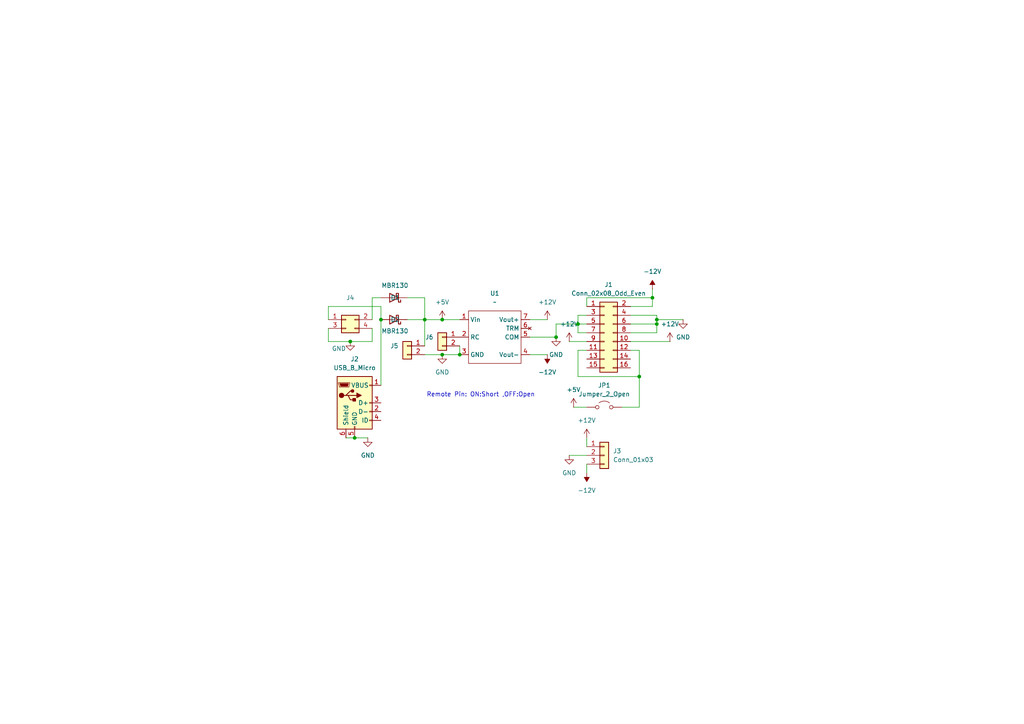
<source format=kicad_sch>
(kicad_sch (version 20250114) (generator "eeschema") (generator_version "9.0")
  (paper "A4")
  (lib_symbols
    (symbol "Connector:USB_B_Micro" (pin_names (offset 1.016))
      (property "Reference" "J" (at -5.08 11.43 0))
      (property "Value" "USB_B_Micro" (at -5.08 8.89 0))
      (symbol "USB_B_Micro_0_1"
        (rectangle (start -5.08 -7.62) (end 5.08 7.62) (stroke (width 0.254)) (fill (type background)))
        (polyline (pts (xy -4.699 5.842) (xy -4.699 5.588) (xy -4.445 4.826) (xy -4.445 4.572) (xy -1.651 4.572) (xy -1.651 4.826) (xy -1.397 5.588) (xy -1.397 5.842) (xy -4.699 5.842)))
        (polyline (pts (xy -4.318 5.588) (xy -1.778 5.588) (xy -2.032 4.826) (xy -4.064 4.826) (xy -4.318 5.588)) (fill (type outline)))
        (circle (center -3.81 2.159) (radius 0.635) (stroke (width 0.254)) (fill (type outline)))
        (polyline (pts (xy -3.175 2.159) (xy -2.54 2.159) (xy -1.27 3.429) (xy -0.635 3.429)) (stroke (width 0.254)))
        (polyline (pts (xy -2.54 2.159) (xy -1.905 2.159) (xy -1.27 0.889) (xy 0 0.889)) (stroke (width 0.254)))
        (polyline (pts (xy -1.905 2.159) (xy 0.635 2.159)) (stroke (width 0.254)))
        (circle (center -0.635 3.429) (radius 0.381) (stroke (width 0.254)) (fill (type outline)))
        (rectangle (start -0.127 -7.62) (end 0.127 -6.858))
        (rectangle (start 0.254 1.27) (end -0.508 0.508) (stroke (width 0.254)) (fill (type outline)))
        (polyline (pts (xy 0.635 2.794) (xy 0.635 1.524) (xy 1.905 2.159) (xy 0.635 2.794)) (stroke (width 0.254)) (fill (type outline)))
        (rectangle (start 5.08 4.953) (end 4.318 5.207))
        (rectangle (start 5.08 -0.127) (end 4.318 0.127))
        (rectangle (start 5.08 -2.667) (end 4.318 -2.413))
        (rectangle (start 5.08 -5.207) (end 4.318 -4.953))
      )
      (symbol "USB_B_Micro_1_1"
        (pin passive line (at -2.54 -10.16 90) (length 2.54) (name "Shield") (number "6"))
        (pin power_out line (at 0 -10.16 90) (length 2.54) (name "GND") (number "5"))
        (pin power_out line (at 7.62 5.08 180) (length 2.54) (name "VBUS") (number "1"))
        (pin bidirectional line (at 7.62 0 180) (length 2.54) (name "D+") (number "3"))
        (pin bidirectional line (at 7.62 -2.54 180) (length 2.54) (name "D-") (number "2"))
        (pin passive line (at 7.62 -5.08 180) (length 2.54) (name "ID") (number "4"))
      )
    )
    (symbol "Connector_Generic:Conn_01x02" (pin_names (offset 1.016) (hide yes))
      (property "Reference" "J" (at 0 2.54 0))
      (property "Value" "Conn_01x02" (at 0 -5.08 0))
      (symbol "Conn_01x02_1_1"
        (rectangle (start -1.27 1.27) (end 1.27 -3.81) (stroke (width 0.254)) (fill (type background)))
        (rectangle (start -1.27 0.127) (end 0 -0.127) (stroke (width 0.1524)))
        (rectangle (start -1.27 -2.413) (end 0 -2.667) (stroke (width 0.1524)))
        (pin passive line (at -5.08 0 0) (length 3.81) (name "Pin_1") (number "1"))
        (pin passive line (at -5.08 -2.54 0) (length 3.81) (name "Pin_2") (number "2"))
      )
    )
    (symbol "Connector_Generic:Conn_01x03" (pin_names (offset 1.016) (hide yes))
      (property "Reference" "J" (at 0 5.08 0))
      (property "Value" "Conn_01x03" (at 0 -5.08 0))
      (symbol "Conn_01x03_1_1"
        (rectangle (start -1.27 3.81) (end 1.27 -3.81) (stroke (width 0.254)) (fill (type background)))
        (rectangle (start -1.27 2.667) (end 0 2.413) (stroke (width 0.1524)))
        (rectangle (start -1.27 0.127) (end 0 -0.127) (stroke (width 0.1524)))
        (rectangle (start -1.27 -2.413) (end 0 -2.667) (stroke (width 0.1524)))
        (pin passive line (at -5.08 2.54 0) (length 3.81) (name "Pin_1") (number "1"))
        (pin passive line (at -5.08 0 0) (length 3.81) (name "Pin_2") (number "2"))
        (pin passive line (at -5.08 -2.54 0) (length 3.81) (name "Pin_3") (number "3"))
      )
    )
    (symbol "Connector_Generic:Conn_02x02_Odd_Even" (pin_names (offset 1.016) (hide yes))
      (property "Reference" "J" (at 1.27 2.54 0))
      (property "Value" "Conn_02x02_Odd_Even" (at 1.27 -5.08 0))
      (symbol "Conn_02x02_Odd_Even_1_1"
        (rectangle (start -1.27 1.27) (end 3.81 -3.81) (stroke (width 0.254)) (fill (type background)))
        (rectangle (start -1.27 0.127) (end 0 -0.127) (stroke (width 0.1524)))
        (rectangle (start -1.27 -2.413) (end 0 -2.667) (stroke (width 0.1524)))
        (rectangle (start 3.81 0.127) (end 2.54 -0.127) (stroke (width 0.1524)))
        (rectangle (start 3.81 -2.413) (end 2.54 -2.667) (stroke (width 0.1524)))
        (pin passive line (at -5.08 0 0) (length 3.81) (name "Pin_1") (number "1"))
        (pin passive line (at -5.08 -2.54 0) (length 3.81) (name "Pin_3") (number "3"))
        (pin passive line (at 7.62 0 180) (length 3.81) (name "Pin_2") (number "2"))
        (pin passive line (at 7.62 -2.54 180) (length 3.81) (name "Pin_4") (number "4"))
      )
    )
    (symbol "Connector_Generic:Conn_02x08_Odd_Even" (pin_names (offset 1.016) (hide yes))
      (property "Reference" "J" (at 1.27 10.16 0))
      (property "Value" "Conn_02x08_Odd_Even" (at 1.27 -12.7 0))
      (symbol "Conn_02x08_Odd_Even_1_1"
        (rectangle (start -1.27 8.89) (end 3.81 -11.43) (stroke (width 0.254)) (fill (type background)))
        (rectangle (start -1.27 7.747) (end 0 7.493) (stroke (width 0.1524)))
        (rectangle (start -1.27 5.207) (end 0 4.953) (stroke (width 0.1524)))
        (rectangle (start -1.27 2.667) (end 0 2.413) (stroke (width 0.1524)))
        (rectangle (start -1.27 0.127) (end 0 -0.127) (stroke (width 0.1524)))
        (rectangle (start -1.27 -2.413) (end 0 -2.667) (stroke (width 0.1524)))
        (rectangle (start -1.27 -4.953) (end 0 -5.207) (stroke (width 0.1524)))
        (rectangle (start -1.27 -7.493) (end 0 -7.747) (stroke (width 0.1524)))
        (rectangle (start -1.27 -10.033) (end 0 -10.287) (stroke (width 0.1524)))
        (rectangle (start 3.81 7.747) (end 2.54 7.493) (stroke (width 0.1524)))
        (rectangle (start 3.81 5.207) (end 2.54 4.953) (stroke (width 0.1524)))
        (rectangle (start 3.81 2.667) (end 2.54 2.413) (stroke (width 0.1524)))
        (rectangle (start 3.81 0.127) (end 2.54 -0.127) (stroke (width 0.1524)))
        (rectangle (start 3.81 -2.413) (end 2.54 -2.667) (stroke (width 0.1524)))
        (rectangle (start 3.81 -4.953) (end 2.54 -5.207) (stroke (width 0.1524)))
        (rectangle (start 3.81 -7.493) (end 2.54 -7.747) (stroke (width 0.1524)))
        (rectangle (start 3.81 -10.033) (end 2.54 -10.287) (stroke (width 0.1524)))
        (pin passive line (at -5.08 7.62 0) (length 3.81) (name "Pin_1") (number "1"))
        (pin passive line (at -5.08 5.08 0) (length 3.81) (name "Pin_3") (number "3"))
        (pin passive line (at -5.08 2.54 0) (length 3.81) (name "Pin_5") (number "5"))
        (pin passive line (at -5.08 0 0) (length 3.81) (name "Pin_7") (number "7"))
        (pin passive line (at -5.08 -2.54 0) (length 3.81) (name "Pin_9") (number "9"))
        (pin passive line (at -5.08 -5.08 0) (length 3.81) (name "Pin_11") (number "11"))
        (pin passive line (at -5.08 -7.62 0) (length 3.81) (name "Pin_13") (number "13"))
        (pin passive line (at -5.08 -10.16 0) (length 3.81) (name "Pin_15") (number "15"))
        (pin passive line (at 7.62 7.62 180) (length 3.81) (name "Pin_2") (number "2"))
        (pin passive line (at 7.62 5.08 180) (length 3.81) (name "Pin_4") (number "4"))
        (pin passive line (at 7.62 2.54 180) (length 3.81) (name "Pin_6") (number "6"))
        (pin passive line (at 7.62 0 180) (length 3.81) (name "Pin_8") (number "8"))
        (pin passive line (at 7.62 -2.54 180) (length 3.81) (name "Pin_10") (number "10"))
        (pin passive line (at 7.62 -5.08 180) (length 3.81) (name "Pin_12") (number "12"))
        (pin passive line (at 7.62 -7.62 180) (length 3.81) (name "Pin_14") (number "14"))
        (pin passive line (at 7.62 -10.16 180) (length 3.81) (name "Pin_16") (number "16"))
      )
    )
    (symbol "Diode:MBRA340" (pin_numbers (hide yes)) (pin_names (hide yes))
      (property "Reference" "D" (at 0 2.54 0))
      (property "Value" "MBRA340" (at 0 -2.54 0))
      (symbol "MBRA340_0_1"
        (polyline (pts (xy -1.905 0.635) (xy -1.905 1.27) (xy -1.27 1.27) (xy -1.27 -1.27) (xy -0.635 -1.27) (xy -0.635 -0.635)) (stroke (width 0.254)))
        (polyline (pts (xy 1.27 1.27) (xy 1.27 -1.27) (xy -1.27 0) (xy 1.27 1.27)) (stroke (width 0.254)))
        (polyline (pts (xy 1.27 0) (xy -1.27 0)))
      )
      (symbol "MBRA340_1_1"
        (pin passive line (at -3.81 0 0) (length 2.54) (name "K") (number "1"))
        (pin passive line (at 3.81 0 180) (length 2.54) (name "A") (number "2"))
      )
    )
    (symbol "Jumper:Jumper_2_Open" (pin_numbers (hide yes)) (pin_names (offset 0) (hide yes))
      (property "Reference" "JP" (at 0 2.794 0))
      (property "Value" "Jumper_2_Open" (at 0 -2.286 0))
      (symbol "Jumper_2_Open_0_0"
        (circle (center -2.032 0) (radius 0.508))
        (circle (center 2.032 0) (radius 0.508))
      )
      (symbol "Jumper_2_Open_0_1"
        (arc (start -1.524 1.27) (mid 0 1.778) (end 1.524 1.27))
      )
      (symbol "Jumper_2_Open_1_1"
        (pin passive line (at -5.08 0 0) (length 2.54) (name "A") (number "1"))
        (pin passive line (at 5.08 0 180) (length 2.54) (name "B") (number "2"))
      )
    )
    (symbol "mbEuroPUp:TDK-CC6"
      (property "Reference" "U" (at -2.54 2.54 0))
      (property "Footprint" "mbEuroPUp:TDK-CC6" (at 0 0 0))
      (symbol "TDK-CC6_0_1"
        (rectangle (start -7.62 7.62) (end 7.62 -7.62))
      )
      (symbol "TDK-CC6_1_1"
        (pin input line (at -10.16 5.08 0) (length 2.54) (name "Vin") (number "1"))
        (pin input line (at -10.16 0 0) (length 2.54) (name "RC") (number "2"))
        (pin input line (at -10.16 -5.08 0) (length 2.54) (name "GND") (number "3"))
        (pin output line (at 10.16 5.08 180) (length 2.54) (name "Vout+") (number "7"))
        (pin no_connect line (at 10.16 2.54 180) (length 2.54) (name "TRM") (number "6"))
        (pin output line (at 10.16 0 180) (length 2.54) (name "COM") (number "5"))
        (pin output line (at 10.16 -5.08 180) (length 2.54) (name "Vout-") (number "4"))
      )
    )
    (symbol "power:+12V" (power) (pin_numbers (hide yes)) (pin_names (offset 0) (hide yes))
      (property "Value" "+12V" (at 0 3.556 0))
      (symbol "+12V_0_1"
        (polyline (pts (xy -0.762 1.27) (xy 0 2.54)))
        (polyline (pts (xy 0 2.54) (xy 0.762 1.27)))
        (polyline (pts (xy 0 0) (xy 0 2.54)))
      )
      (symbol "+12V_1_1"
        (pin power_in line (at 0 0 90) (length 0) (name "~") (number "1"))
      )
    )
    (symbol "power:+5V" (power) (pin_numbers (hide yes)) (pin_names (offset 0) (hide yes))
      (property "Value" "+5V" (at 0 3.556 0))
      (symbol "+5V_0_1"
        (polyline (pts (xy -0.762 1.27) (xy 0 2.54)))
        (polyline (pts (xy 0 2.54) (xy 0.762 1.27)))
        (polyline (pts (xy 0 0) (xy 0 2.54)))
      )
      (symbol "+5V_1_1"
        (pin power_in line (at 0 0 90) (length 0) (name "~") (number "1"))
      )
    )
    (symbol "power:-12V" (power) (pin_numbers (hide yes)) (pin_names (offset 0) (hide yes))
      (property "Value" "-12V" (at 0 3.556 0))
      (symbol "-12V_0_0"
        (pin power_in line (at 0 0 90) (length 0) (name "~") (number "1"))
      )
      (symbol "-12V_0_1"
        (polyline (pts (xy 0 0) (xy 0 1.27) (xy 0.762 1.27) (xy 0 2.54) (xy -0.762 1.27) (xy 0 1.27)) (fill (type outline)))
      )
    )
    (symbol "power:GND" (power) (pin_numbers (hide yes)) (pin_names (offset 0) (hide yes))
      (property "Value" "GND" (at 0 -3.81 0))
      (symbol "GND_0_1"
        (polyline (pts (xy 0 0) (xy 0 -1.27) (xy 1.27 -1.27) (xy 0 -2.54) (xy -1.27 -1.27) (xy 0 -1.27)))
      )
      (symbol "GND_1_1"
        (pin power_in line (at 0 0 270) (length 0) (name "~") (number "1"))
      )
    )
  )
  (text "Remote Pin: ON:Short ,OFF:Open\n" (at 139.446 114.554 0) (effects (font (size 1.27 1.27))))
  (junction (at 133.35 102.87))
  (junction (at 161.29 97.79))
  (junction (at 101.6 99.06))
  (junction (at 102.87 127))
  (junction (at 123.19 92.71))
  (junction (at 110.49 92.71))
  (junction (at 185.42 109.22))
  (junction (at 189.23 86.36))
  (junction (at 167.64 93.98))
  (junction (at 190.5 93.98))
  (junction (at 128.27 92.71))
  (junction (at 190.5 92.71))
  (junction (at 128.27 102.87))
  (wire (pts (xy 165.1 132.08) (xy 170.18 132.08)))
  (wire (pts (xy 170.18 88.9) (xy 170.18 86.36)))
  (wire (pts (xy 110.49 92.71) (xy 110.49 111.76)))
  (wire (pts (xy 123.19 92.71) (xy 123.19 100.33)))
  (wire (pts (xy 153.67 102.87) (xy 158.75 102.87)))
  (wire (pts (xy 182.88 93.98) (xy 190.5 93.98)))
  (wire (pts (xy 118.11 92.71) (xy 123.19 92.71)))
  (wire (pts (xy 170.18 86.36) (xy 189.23 86.36)))
  (wire (pts (xy 123.19 86.36) (xy 123.19 92.71)))
  (wire (pts (xy 123.19 92.71) (xy 128.27 92.71)))
  (wire (pts (xy 189.23 86.36) (xy 189.23 83.82)))
  (wire (pts (xy 123.19 102.87) (xy 128.27 102.87)))
  (wire (pts (xy 190.5 96.52) (xy 190.5 93.98)))
  (wire (pts (xy 182.88 96.52) (xy 190.5 96.52)))
  (wire (pts (xy 95.25 95.25) (xy 95.25 99.06)))
  (wire (pts (xy 165.1 99.06) (xy 170.18 99.06)))
  (wire (pts (xy 167.64 96.52) (xy 167.64 93.98)))
  (wire (pts (xy 185.42 118.11) (xy 185.42 109.22)))
  (wire (pts (xy 170.18 127) (xy 170.18 129.54)))
  (wire (pts (xy 190.5 93.98) (xy 190.5 92.71)))
  (wire (pts (xy 167.64 93.98) (xy 161.29 93.98)))
  (wire (pts (xy 167.64 101.6) (xy 170.18 101.6)))
  (wire (pts (xy 180.34 118.11) (xy 185.42 118.11)))
  (wire (pts (xy 133.35 100.33) (xy 133.35 102.87)))
  (wire (pts (xy 190.5 92.71) (xy 190.5 91.44)))
  (wire (pts (xy 128.27 92.71) (xy 133.35 92.71)))
  (wire (pts (xy 95.25 99.06) (xy 101.6 99.06)))
  (wire (pts (xy 107.95 99.06) (xy 101.6 99.06)))
  (wire (pts (xy 95.25 88.9) (xy 110.49 88.9)))
  (wire (pts (xy 167.64 91.44) (xy 170.18 91.44)))
  (wire (pts (xy 189.23 88.9) (xy 189.23 86.36)))
  (wire (pts (xy 170.18 134.62) (xy 170.18 137.16)))
  (wire (pts (xy 107.95 86.36) (xy 110.49 86.36)))
  (wire (pts (xy 102.87 127) (xy 106.68 127)))
  (wire (pts (xy 185.42 109.22) (xy 185.42 101.6)))
  (wire (pts (xy 190.5 92.71) (xy 198.12 92.71)))
  (wire (pts (xy 128.27 102.87) (xy 133.35 102.87)))
  (wire (pts (xy 166.37 118.11) (xy 170.18 118.11)))
  (wire (pts (xy 107.95 92.71) (xy 107.95 86.36)))
  (wire (pts (xy 161.29 93.98) (xy 161.29 97.79)))
  (wire (pts (xy 185.42 101.6) (xy 182.88 101.6)))
  (wire (pts (xy 110.49 88.9) (xy 110.49 92.71)))
  (wire (pts (xy 153.67 97.79) (xy 161.29 97.79)))
  (wire (pts (xy 170.18 96.52) (xy 167.64 96.52)))
  (wire (pts (xy 153.67 92.71) (xy 158.75 92.71)))
  (wire (pts (xy 95.25 92.71) (xy 95.25 88.9)))
  (wire (pts (xy 182.88 88.9) (xy 189.23 88.9)))
  (wire (pts (xy 167.64 93.98) (xy 167.64 91.44)))
  (wire (pts (xy 100.33 127) (xy 102.87 127)))
  (wire (pts (xy 167.64 93.98) (xy 170.18 93.98)))
  (wire (pts (xy 182.88 99.06) (xy 194.31 99.06)))
  (wire (pts (xy 118.11 86.36) (xy 123.19 86.36)))
  (wire (pts (xy 107.95 95.25) (xy 107.95 99.06)))
  (wire (pts (xy 167.64 109.22) (xy 167.64 101.6)))
  (wire (pts (xy 182.88 91.44) (xy 190.5 91.44)))
  (wire (pts (xy 167.64 109.22) (xy 185.42 109.22)))
  (symbol (lib_id "power:GND") (at 106.68 127 0) (unit 1)
    (property "Reference" "#PWR012" (effects (hide yes)))
    (property "Value" "GND" (at 106.68 132.08 0))
    (property "Description" "Power symbol creates a global label with name \"GND\" , ground" (effects (hide yes)))
  )
  (symbol (lib_id "power:GND") (at 161.29 97.79 0) (unit 1)
    (property "Reference" "#PWR06" (effects (hide yes)))
    (property "Value" "GND" (at 161.29 102.87 0))
    (property "Description" "Power symbol creates a global label with name \"GND\" , ground" (effects (hide yes)))
  )
  (symbol (lib_id "power:-12V") (at 189.23 83.82 0) (unit 1)
    (property "Reference" "#PWR01" (effects (hide yes)))
    (property "Value" "-12V" (at 189.23 78.74 0))
    (property "Description" "Power symbol creates a global label with name \"-12V\"" (effects (hide yes)))
  )
  (symbol (lib_id "power:-12V") (at 170.18 137.16 180) (unit 1)
    (property "Reference" "#PWR014" (effects (hide yes)))
    (property "Value" "-12V" (at 170.18 142.24 0))
    (property "Description" "Power symbol creates a global label with name \"-12V\"" (effects (hide yes)))
  )
  (symbol (lib_id "Connector_Generic:Conn_02x08_Odd_Even") (at 175.26 96.52 0) (unit 1)
    (property "Reference" "J1" (at 176.53 82.55 0))
    (property "Value" "Conn_02x08_Odd_Even" (at 176.53 85.09 0))
    (property "Footprint" "Connector_PinHeader_2.54mm:PinHeader_2x08_P2.54mm_Vertical" (effects (hide yes)))
    (property "Description" "Generic connector, double row, 02x08, odd/even pin numbering scheme (row 1 odd numbers, row 2 even numbers), script generated (kicad-library-utils/schlib/autogen/connector/)" (effects (hide yes)))
  )
  (symbol (lib_id "Connector_Generic:Conn_01x03") (at 175.26 132.08 0) (unit 1)
    (property "Reference" "J3" (at 177.8 130.8099 0) (effects (justify left)))
    (property "Value" "Conn_01x03" (at 177.8 133.3499 0) (effects (justify left)))
    (property "Footprint" "Connector_PinHeader_2.54mm:PinHeader_1x03_P2.54mm_Vertical" (effects (hide yes)))
    (property "Description" "Generic connector, single row, 01x03, script generated (kicad-library-utils/schlib/autogen/connector/)" (effects (hide yes)))
  )
  (symbol (lib_id "mbEuroPUp:TDK-CC6") (at 143.51 97.79 0) (unit 1)
    (property "Reference" "U1" (at 143.51 85.09 0))
    (property "Value" "~" (at 143.51 87.63 0))
    (property "Footprint" "mbEuroPUp:TDK-CC6" (effects (hide yes)))
  )
  (symbol (lib_id "Connector_Generic:Conn_01x02") (at 128.27 97.79 0) (mirror y) (unit 1)
    (property "Reference" "J6" (at 125.73 97.7899 0) (effects (justify left)))
    (property "Value" "Conn_01x02" (effects (hide yes)))
    (property "Footprint" "Connector_PinHeader_2.54mm:PinHeader_1x02_P2.54mm_Vertical" (effects (hide yes)))
    (property "Description" "Generic connector, single row, 01x02, script generated (kicad-library-utils/schlib/autogen/connector/)" (effects (hide yes)))
  )
  (symbol (lib_id "power:-12V") (at 158.75 102.87 180) (unit 1)
    (property "Reference" "#PWR05" (effects (hide yes)))
    (property "Value" "-12V" (at 158.75 107.95 0))
    (property "Description" "Power symbol creates a global label with name \"-12V\"" (effects (hide yes)))
  )
  (symbol (lib_id "Diode:MBRA340") (at 114.3 92.71 180) (unit 1)
    (property "Reference" "D1" (at 114.6175 86.36 0))
    (property "Value" "MBR130" (at 114.554 82.804 0))
    (property "Footprint" "Diode_SMD:D_SOD-123" (effects (hide yes)))
    (property "Datasheet" "https://www.onsemi.com/pub/Collateral/MBRA340T3-D.PDF" (effects (hide yes)))
    (property "Description" "40V 3A Schottky Barrier Rectifier Diode, SMA(DO-214AC)" (effects (hide yes)))
  )
  (symbol (lib_id "power:+12V") (at 158.75 92.71 0) (unit 1)
    (property "Reference" "#PWR04" (effects (hide yes)))
    (property "Value" "+12V" (at 158.75 87.63 0))
    (property "Description" "Power symbol creates a global label with name \"+12V\"" (effects (hide yes)))
  )
  (symbol (lib_id "Connector_Generic:Conn_02x02_Odd_Even") (at 100.33 92.71 0) (unit 1)
    (property "Reference" "J4" (at 101.6 86.36 0))
    (property "Value" "Conn_02x02_Odd_Even" (effects (hide yes)))
    (property "Footprint" "Connector_PinHeader_2.54mm:PinHeader_2x02_P2.54mm_Vertical" (effects (hide yes)))
    (property "Description" "Generic connector, double row, 02x02, odd/even pin numbering scheme (row 1 odd numbers, row 2 even numbers), script generated (kicad-library-utils/schlib/autogen/connector/)" (effects (hide yes)))
  )
  (symbol (lib_id "power:GND") (at 128.27 102.87 0) (unit 1)
    (property "Reference" "#PWR07" (effects (hide yes)))
    (property "Value" "GND" (at 128.27 107.95 0))
    (property "Description" "Power symbol creates a global label with name \"GND\" , ground" (effects (hide yes)))
  )
  (symbol (lib_id "power:+12V") (at 194.31 99.06 0) (unit 1)
    (property "Reference" "#PWR02" (effects (hide yes)))
    (property "Value" "+12V" (at 194.31 93.98 0))
    (property "Description" "Power symbol creates a global label with name \"+12V\"" (effects (hide yes)))
  )
  (symbol (lib_id "Connector:USB_B_Micro") (at 102.87 116.84 0) (unit 1)
    (property "Reference" "J2" (at 102.87 104.14 0))
    (property "Value" "USB_B_Micro" (at 102.87 106.68 0))
    (property "Footprint" "Connector_USB:USB_Micro-B_Wuerth_629105150521" (effects (hide yes)))
    (property "Description" "USB Micro Type B connector" (effects (hide yes)))
  )
  (symbol (lib_id "power:+12V") (at 170.18 127 0) (unit 1)
    (property "Reference" "#PWR013" (effects (hide yes)))
    (property "Value" "+12V" (at 170.18 121.92 0))
    (property "Description" "Power symbol creates a global label with name \"+12V\"" (effects (hide yes)))
  )
  (symbol (lib_id "power:+12V") (at 165.1 99.06 0) (unit 1)
    (property "Reference" "#PWR09" (effects (hide yes)))
    (property "Value" "+12V" (at 165.1 93.98 0))
    (property "Description" "Power symbol creates a global label with name \"+12V\"" (effects (hide yes)))
  )
  (symbol (lib_id "power:GND") (at 165.1 132.08 0) (unit 1)
    (property "Reference" "#PWR015" (effects (hide yes)))
    (property "Value" "GND" (at 165.1 137.16 0))
    (property "Description" "Power symbol creates a global label with name \"GND\" , ground" (effects (hide yes)))
  )
  (symbol (lib_id "power:GND") (at 101.6 99.06 0) (unit 1)
    (property "Reference" "#PWR011" (effects (hide yes)))
    (property "Value" "GND" (at 98.298 101.092 0))
    (property "Description" "Power symbol creates a global label with name \"GND\" , ground" (effects (hide yes)))
  )
  (symbol (lib_id "Diode:MBRA340") (at 114.3 86.36 180) (unit 1)
    (property "Reference" "D2" (at 114.6175 92.71 0))
    (property "Value" "MBR130" (at 114.554 96.012 0))
    (property "Footprint" "Diode_SMD:D_SOD-123" (effects (hide yes)))
    (property "Datasheet" "https://www.onsemi.com/pub/Collateral/MBRA340T3-D.PDF" (effects (hide yes)))
    (property "Description" "40V 3A Schottky Barrier Rectifier Diode, SMA(DO-214AC)" (effects (hide yes)))
  )
  (symbol (lib_id "power:GND") (at 198.12 92.71 0) (unit 1)
    (property "Reference" "#PWR03" (effects (hide yes)))
    (property "Value" "GND" (at 198.12 97.79 0))
    (property "Description" "Power symbol creates a global label with name \"GND\" , ground" (effects (hide yes)))
  )
  (symbol (lib_id "power:+5V") (at 128.27 92.71 0) (unit 1)
    (property "Reference" "#PWR08" (effects (hide yes)))
    (property "Value" "+5V" (at 128.27 87.63 0))
    (property "Description" "Power symbol creates a global label with name \"+5V\"" (effects (hide yes)))
  )
  (symbol (lib_id "power:+5V") (at 166.37 118.11 0) (unit 1)
    (property "Reference" "#PWR010" (effects (hide yes)))
    (property "Value" "+5V" (at 166.37 113.03 0))
    (property "Description" "Power symbol creates a global label with name \"+5V\"" (effects (hide yes)))
  )
  (symbol (lib_id "Connector_Generic:Conn_01x02") (at 118.11 100.33 0) (mirror y) (unit 1)
    (property "Reference" "J5" (at 115.57 100.3299 0) (effects (justify left)))
    (property "Value" "Conn_01x02" (effects (hide yes)))
    (property "Footprint" "Connector_PinHeader_2.54mm:PinHeader_1x02_P2.54mm_Vertical" (effects (hide yes)))
    (property "Description" "Generic connector, single row, 01x02, script generated (kicad-library-utils/schlib/autogen/connector/)" (effects (hide yes)))
  )
  (symbol (lib_id "Jumper:Jumper_2_Open") (at 175.26 118.11 0) (unit 1)
    (property "Reference" "JP1" (at 175.26 111.76 0))
    (property "Value" "Jumper_2_Open" (at 175.26 114.3 0))
    (property "Footprint" "Jumper:SolderJumper-2_P1.3mm_Open_TrianglePad1.0x1.5mm" (effects (hide yes)))
    (property "Description" "Jumper, 2-pole, open" (effects (hide yes)))
  )
)
</source>
